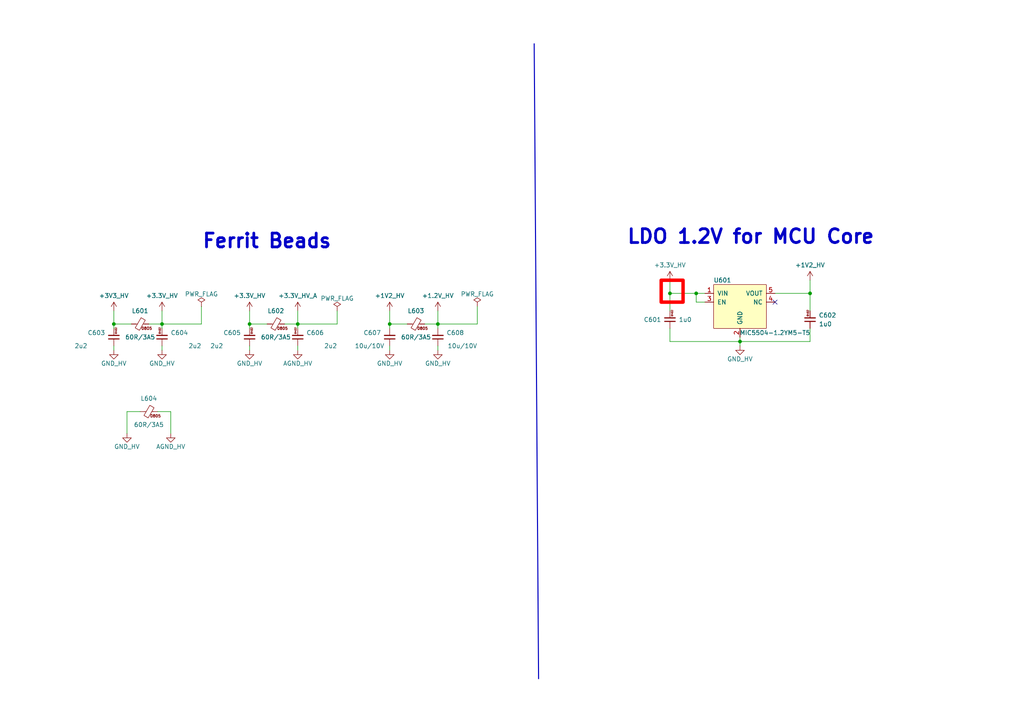
<source format=kicad_sch>
(kicad_sch (version 20231120) (generator "eeschema") (generator_version "8.0")
  (paper "A4")
  (title_block (title "LCB-CCB-01: Control Board - Debugger XDS100  / JTAG") (date "2024-12-12") (rev "1.1.0") (company "PADERBORN UNIVERSITY DEPARTMENT OF POWER ELECTRONICS AND ELECTRICAL DRIVES"))
  (lib_symbols
    (symbol "LEA_SymbolLibrary:+1.2V_HV" (power) (pin_numbers hide) (pin_names (offset 0)) (exclude_from_sim yes)
      (property "Value" "+1.2V_HV" (at 0 5.08 0))
      (symbol "+1.2V_HV_1_1"
        (polyline (pts (xy -0.762 1.27) (xy 0 2.54)))
        (polyline (pts (xy 0 0) (xy 0 2.54)))
        (polyline (pts (xy 0 2.54) (xy 0.762 1.27)))
        (pin power_in line (at 0 0 90) (length 0) hide (name "+1.2V_HV") (number "1"))
      )
    )
    (symbol "LEA_SymbolLibrary:+1V2_HV" (power) (pin_numbers hide) (pin_names (offset 0)) (exclude_from_sim yes)
      (property "Value" "+1V2_HV" (at 0 5.08 0))
      (symbol "+1V2_HV_1_1"
        (polyline (pts (xy -0.762 1.27) (xy 0 2.54)))
        (polyline (pts (xy 0 0) (xy 0 2.54)))
        (polyline (pts (xy 0 2.54) (xy 0.762 1.27)))
        (pin power_in line (at 0 0 90) (length 0) hide (name "+1V2_HV") (number "1"))
      )
    )
    (symbol "LEA_SymbolLibrary:+3.3V_HV" (power) (pin_numbers hide) (pin_names (offset 0)) (exclude_from_sim yes)
      (property "Value" "+3.3V_HV" (at 0 5.08 0))
      (symbol "+3.3V_HV_1_1"
        (polyline (pts (xy -0.762 1.27) (xy 0 2.54)))
        (polyline (pts (xy 0 0) (xy 0 2.54)))
        (polyline (pts (xy 0 2.54) (xy 0.762 1.27)))
        (pin power_in line (at 0 0 90) (length 0) hide (name "+3.3V_HV") (number "1"))
      )
    )
    (symbol "LEA_SymbolLibrary:+3.3V_HV_A" (power) (pin_numbers hide) (pin_names (offset 0)) (exclude_from_sim yes)
      (property "Value" "+3.3V_HV_A" (at 0 5.08 0))
      (symbol "+3.3V_HV_A_1_1"
        (polyline (pts (xy -0.762 1.27) (xy 0 2.54)))
        (polyline (pts (xy 0 0) (xy 0 2.54)))
        (polyline (pts (xy 0 2.54) (xy 0.762 1.27)))
        (pin power_in line (at 0 0 90) (length 0) hide (name "+3.3V_HV_A") (number "1"))
      )
    )
    (symbol "LEA_SymbolLibrary:+3V3_HV" (power) (pin_numbers hide) (pin_names (offset 0)) (exclude_from_sim yes)
      (property "Value" "+3V3_HV" (at 0 5.08 0))
      (symbol "+3V3_HV_1_1"
        (polyline (pts (xy -0.762 1.27) (xy 0 2.54)))
        (polyline (pts (xy 0 0) (xy 0 2.54)))
        (polyline (pts (xy 0 2.54) (xy 0.762 1.27)))
        (pin power_in line (at 0 0 90) (length 0) hide (name "+3V3_HV") (number "1"))
      )
    )
    (symbol "LEA_SymbolLibrary:AGND_HV" (power) (pin_numbers hide) (pin_names (offset 0)) (exclude_from_sim yes)
      (property "Value" "AGND_HV" (at 0 -3.81 0))
      (symbol "AGND_HV_1_1"
        (polyline (pts (xy 0 0) (xy 0 -1.27) (xy 1.27 -1.27) (xy 0 -2.54) (xy -1.27 -1.27) (xy 0 -1.27)))
        (pin power_in line (at 0 0 90) (length 0) hide (name "AGND_HV") (number "1"))
      )
    )
    (symbol "LEA_SymbolLibrary:C_0402__10u_X5R_20P__10V" (pin_numbers hide) (pin_names (offset 0.254) hide) (exclude_from_sim yes)
      (property "Reference" "C" (at 0.762 0.508 0))
      (property "Value" "10u/10V" (at 0.762 -1.016 0))
      (symbol "C_0402__10u_X5R_20P__10V_0_1"
        (polyline (pts (xy -1.524 -0.508) (xy 1.524 -0.508)) (stroke (width 0.3302)))
        (polyline (pts (xy -1.524 0.508) (xy 1.524 0.508)) (stroke (width 0.3048)))
      )
      (symbol "C_0402__10u_X5R_20P__10V_1_1"
        (pin passive line (at 0 2.54 270) (length 2.032) (name "1") (number "1"))
        (pin passive line (at 0 -2.54 90) (length 2.032) (name "2") (number "2"))
      )
    )
    (symbol "LEA_SymbolLibrary:C_0402__1u0_X5R_10P__35V" (pin_numbers hide) (pin_names (offset 0.254) hide) (exclude_from_sim yes)
      (property "Reference" "C" (at 0.762 0.508 0))
      (property "Value" "1u0" (at 0.762 -1.016 0))
      (symbol "C_0402__1u0_X5R_10P__35V_0_0"
        (text "0402" (at -0.635 -1.905 900) (effects (font (size 0.5 0.5))))
      )
      (symbol "C_0402__1u0_X5R_10P__35V_0_1"
        (polyline (pts (xy -1.524 -0.508) (xy 1.524 -0.508)) (stroke (width 0.3302)))
        (polyline (pts (xy -1.524 0.508) (xy 1.524 0.508)) (stroke (width 0.3048)))
      )
      (symbol "C_0402__1u0_X5R_10P__35V_1_1"
        (pin passive line (at 0 2.54 270) (length 2.032) (name "1") (number "1"))
        (pin passive line (at 0 -2.54 90) (length 2.032) (name "2") (number "2"))
      )
    )
    (symbol "LEA_SymbolLibrary:C_0402__2u2_X5R_10P__35V" (pin_numbers hide) (pin_names (offset 0.254) hide) (exclude_from_sim yes)
      (property "Reference" "C" (at 0.762 0.508 0))
      (property "Value" "2u2" (at 0.762 -1.016 0))
      (symbol "C_0402__2u2_X5R_10P__35V_0_0"
        (text "0402" (at -0.635 -1.905 900) (effects (font (size 0.5 0.5))))
      )
      (symbol "C_0402__2u2_X5R_10P__35V_0_1"
        (polyline (pts (xy -1.524 -0.508) (xy 1.524 -0.508)) (stroke (width 0.3302)))
        (polyline (pts (xy -1.524 0.508) (xy 1.524 0.508)) (stroke (width 0.3048)))
      )
      (symbol "C_0402__2u2_X5R_10P__35V_1_1"
        (pin passive line (at 0 2.54 270) (length 2.032) (name "1") (number "1"))
        (pin passive line (at 0 -2.54 90) (length 2.032) (name "2") (number "2"))
      )
    )
    (symbol "LEA_SymbolLibrary:Ferrite_0805_60R_3A5_BLM21PG600SN1D" (pin_numbers hide) (pin_names (offset 1.016) hide) (exclude_from_sim yes)
      (property "Reference" "L" (at 0 13.97 0))
      (property "Value" "60R/3A5" (at 0 11.43 0))
      (symbol "Ferrite_0805_60R_3A5_BLM21PG600SN1D_1_1"
        (polyline (pts (xy 0 -1.27) (xy 0 -0.7874)))
        (polyline (pts (xy 0 0.889) (xy 0 1.2954)))
        (polyline (pts (xy -1.8288 0.2794) (xy -1.1176 1.4986) (xy 1.8288 -0.2032) (xy 1.1176 -1.4224) (xy -1.8288 0.2794)))
        (text "0805" (at 1.27 1.905 900) (effects (font (size 0.8 0.8))))
        (pin passive line (at 0 2.54 270) (length 1.27) (name "1") (number "1"))
        (pin passive line (at 0 -2.54 90) (length 1.27) (name "2") (number "2"))
      )
    )
    (symbol "LEA_SymbolLibrary:GND_HV" (power) (pin_numbers hide) (pin_names (offset 0)) (exclude_from_sim yes)
      (property "Value" "GND_HV" (at 0 -3.81 0))
      (symbol "GND_HV_1_1"
        (polyline (pts (xy 0 0) (xy 0 -1.27) (xy 1.27 -1.27) (xy 0 -2.54) (xy -1.27 -1.27) (xy 0 -1.27)))
        (pin power_in line (at 0 0 90) (length 0) hide (name "GND_HV") (number "1"))
      )
    )
    (symbol "LEA_SymbolLibrary:MIC5504-1.2YM5-T5" (pin_names (offset 1.016)) (exclude_from_sim yes)
      (property "Reference" "IC" (at -6.35 7.62 0))
      (property "Value" "MIC5504-1.2YM5-T5" (at 1.27 5.08 0))
      (symbol "MIC5504-1.2YM5-T5_1_1"
        (rectangle (start -7.62 3.81) (end 7.62 -8.89) (fill (type background)))
        (pin power_in line (at -10.16 1.27 0) (length 2.54) (name "VIN") (number "1"))
        (pin power_in line (at 0 -11.43 90) (length 2.54) (name "GND") (number "2"))
        (pin input line (at -10.16 -1.27 0) (length 2.54) (name "EN") (number "3"))
        (pin passive line (at 10.16 -1.27 180) (length 2.54) (name "NC") (number "4"))
        (pin power_out line (at 10.16 1.27 180) (length 2.54) (name "VOUT") (number "5"))
      )
    )
    (symbol "power:PWR_FLAG" (power) (pin_numbers hide) (pin_names (offset 0) hide)
      (property "Value" "PWR_FLAG" (at 0 3.81 0))
      (symbol "PWR_FLAG_0_0"
        (pin power_out line (at 0 0 90) (length 0) (name "~") (number "1"))
      )
      (symbol "PWR_FLAG_0_1"
        (polyline (pts (xy 0 0) (xy 0 1.27) (xy -1.016 1.905) (xy 0 2.54) (xy 1.016 1.905) (xy 0 1.27)))
      )
    )
  )
  (junction (at 86.36 93.98))
  (junction (at 194.31 85.09))
  (junction (at 113.03 93.98))
  (junction (at 33.02 93.98))
  (junction (at 127 93.98))
  (junction (at 214.63 99.06))
  (junction (at 234.95 85.09))
  (junction (at 72.39 93.98))
  (junction (at 46.99 93.98))
  (junction (at 201.93 85.09))
  (no_connect (at 224.79 87.63))
  (wire (pts (xy 46.99 93.98) (xy 46.99 95.25)))
  (wire (pts (xy 58.42 88.9) (xy 58.42 93.98)))
  (wire (pts (xy 33.02 95.25) (xy 33.02 93.98)))
  (wire (pts (xy 33.02 93.98) (xy 38.1 93.98)))
  (wire (pts (xy 49.53 119.38) (xy 49.53 125.73)))
  (wire (pts (xy 138.43 93.98) (xy 138.43 88.9)))
  (wire (pts (xy 224.79 85.09) (xy 234.95 85.09)))
  (wire (pts (xy 204.47 87.63) (xy 201.93 87.63)))
  (wire (pts (xy 113.03 93.98) (xy 113.03 90.17)))
  (wire (pts (xy 45.72 119.38) (xy 49.53 119.38)))
  (wire (pts (xy 86.36 93.98) (xy 86.36 90.17)))
  (wire (pts (xy 214.63 99.06) (xy 234.95 99.06)))
  (wire (pts (xy 204.47 85.09) (xy 201.93 85.09)))
  (wire (pts (xy 72.39 100.33) (xy 72.39 101.6)))
  (wire (pts (xy 194.31 95.25) (xy 194.31 99.06)))
  (wire (pts (xy 127 93.98) (xy 138.43 93.98)))
  (wire (pts (xy 127 93.98) (xy 127 90.17)))
  (wire (pts (xy 113.03 93.98) (xy 118.11 93.98)))
  (wire (pts (xy 113.03 100.33) (xy 113.03 101.6)))
  (wire (pts (xy 58.42 93.98) (xy 46.99 93.98)))
  (wire (pts (xy 234.95 95.25) (xy 234.95 99.06)))
  (wire (pts (xy 86.36 93.98) (xy 86.36 95.25)))
  (wire (pts (xy 201.93 87.63) (xy 201.93 85.09)))
  (wire (pts (xy 127 100.33) (xy 127 101.6)))
  (wire (pts (xy 97.79 93.98) (xy 97.79 90.17)))
  (wire (pts (xy 36.83 119.38) (xy 40.64 119.38)))
  (wire (pts (xy 194.31 99.06) (xy 214.63 99.06)))
  (wire (pts (xy 33.02 100.33) (xy 33.02 101.6)))
  (wire (pts (xy 194.31 81.28) (xy 194.31 85.09)))
  (wire (pts (xy 86.36 100.33) (xy 86.36 101.6)))
  (wire (pts (xy 214.63 97.79) (xy 214.63 99.06)))
  (wire (pts (xy 86.36 93.98) (xy 97.79 93.98)))
  (wire (pts (xy 82.55 93.98) (xy 86.36 93.98)))
  (wire (pts (xy 234.95 85.09) (xy 234.95 81.28)))
  (wire (pts (xy 72.39 93.98) (xy 72.39 90.17)))
  (wire (pts (xy 46.99 100.33) (xy 46.99 101.6)))
  (wire (pts (xy 46.99 90.17) (xy 46.99 93.98)))
  (wire (pts (xy 33.02 93.98) (xy 33.02 90.17)))
  (wire (pts (xy 43.18 93.98) (xy 46.99 93.98)))
  (wire (pts (xy 214.63 99.06) (xy 214.63 100.33)))
  (wire (pts (xy 201.93 85.09) (xy 194.31 85.09)))
  (polyline (pts (xy 154.94 12.7) (xy 156.21 196.85)) (stroke (width 0.3)))
  (wire (pts (xy 36.83 125.73) (xy 36.83 119.38)))
  (wire (pts (xy 72.39 93.98) (xy 77.47 93.98)))
  (wire (pts (xy 127 93.98) (xy 127 95.25)))
  (wire (pts (xy 113.03 95.25) (xy 113.03 93.98)))
  (wire (pts (xy 72.39 95.25) (xy 72.39 93.98)))
  (wire (pts (xy 234.95 85.09) (xy 234.95 90.17)))
  (wire (pts (xy 194.31 85.09) (xy 194.31 90.17)))
  (wire (pts (xy 123.19 93.98) (xy 127 93.98)))
  (rectangle (start 191.77 81.28) (end 198.12 87.63) (stroke (width 1) (color 255 0 0 1)))
  (text "LDO 1.2V for MCU Core" (at 181.61 71.12 0) (effects (font (size 4 4) (bold yes)) (justify left bottom)))
  (text "Ferrit Beads" (at 58.42 72.39 0) (effects (font (size 4 4) (bold yes)) (justify left bottom)))
  (symbol (lib_id "LEA_SymbolLibrary:MIC5504-1.2YM5-T5") (at 214.63 86.36 0) (unit 1)
    (property "Reference" "U601" (at 209.55 81.28 0))
    (property "Value" "MIC5504-1.2YM5-T5" (at 224.79 96.52 0))
    (property "Footprint" "LEA_FootprintLibrary:SOT-23-5_Microchip" (effects (hide yes)))
    (property "Datasheet" "https://ww1.microchip.com/downloads/en/DeviceDoc/MIC5501-02-03-04-300mA-Single-Output-LDO-in-Small-Packages-DS20006006B.pdf" (effects (hide yes)))
    (property "Description" "LDO Voltage Regulator 1.2V 300mA" (effects (hide yes)))
    (property "Manufacturer" "Microchip" (effects (hide yes)))
    (property "mouser#" "998-MIC5504-1.2YM5T5" (effects (hide yes)))
    (property "manf#" "MIC5504-1.2YM5-T5" (effects (hide yes)))
  )
  (symbol (lib_id "LEA_SymbolLibrary:GND_HV") (at 214.63 100.33 0) (unit 1)
    (property "Reference" "#PWR0615" (effects (hide yes)))
    (property "Value" "GND_HV" (at 214.63 104.14 0))
    (property "Description" "Power symbol creates a global label with name \"GND_HV\" , ground" (effects (hide yes)))
  )
  (symbol (lib_id "LEA_SymbolLibrary:C_0402__1u0_X5R_10P__35V") (at 194.31 92.71 180) (unit 1)
    (property "Reference" "C601" (at 186.69 92.71 0) (effects (justify right)))
    (property "Value" "1u0" (at 196.85 92.71 0) (effects (justify right)))
    (property "Footprint" "LEA_FootprintLibrary:C_0402" (effects (hide yes)))
    (property "Description" "Capacitor 0402" (effects (hide yes)))
    (property "Manufacturer" "TDK" (effects (hide yes)))
    (property "manf#" "C1005X5R1V105K" (effects (hide yes)))
    (property "mouser#" "810-C1005X5R1V105K" (effects (hide yes)))
  )
  (symbol (lib_id "LEA_SymbolLibrary:C_0402__1u0_X5R_10P__35V") (at 234.95 92.71 0) (mirror x) (unit 1)
    (property "Reference" "C602" (at 242.57 91.44 0) (effects (justify right)))
    (property "Value" "1u0" (at 241.3 93.98 0) (effects (justify right)))
    (property "Footprint" "LEA_FootprintLibrary:C_0402" (effects (hide yes)))
    (property "Description" "Capacitor 0402" (effects (hide yes)))
    (property "Manufacturer" "TDK" (effects (hide yes)))
    (property "manf#" "C1005X5R1V105K" (effects (hide yes)))
    (property "mouser#" "810-C1005X5R1V105K" (effects (hide yes)))
  )
  (symbol (lib_id "LEA_SymbolLibrary:+1V2_HV") (at 234.95 81.28 0) (unit 1)
    (property "Reference" "#PWR0602" (effects (hide yes)))
    (property "Value" "+1V2_HV" (at 234.95 76.8858 0))
    (property "Description" "Power symbol creates a global label with name \"+1V2_HV\"" (effects (hide yes)))
  )
  (symbol (lib_id "LEA_SymbolLibrary:Ferrite_0805_60R_3A5_BLM21PG600SN1D") (at 40.64 93.98 270) (unit 1)
    (property "Reference" "L601" (at 40.64 90.17 90))
    (property "Value" "60R/3A5" (at 40.64 97.79 90))
    (property "Footprint" "LEA_FootprintLibrary:L_0805" (effects (hide yes)))
    (property "Datasheet" "https://www.mouser.de/datasheet/2/281/ENFA0005-1915781.pdf" (effects (hide yes)))
    (property "Description" "Ferrite Bead, 0805" (effects (hide yes)))
    (property "Manufacturer" "Murata" (effects (hide yes)))
    (property "mouser#" "81-BLM21P600S" (effects (hide yes)))
    (property "manf#" "BLM21PG600SN1D" (effects (hide yes)))
  )
  (symbol (lib_id "LEA_SymbolLibrary:C_0402__2u2_X5R_10P__35V") (at 33.02 97.79 180) (unit 1)
    (property "Reference" "C603" (at 25.4 96.52 0) (effects (justify right)))
    (property "Value" "2u2" (at 21.59 100.33 0) (effects (justify right)))
    (property "Footprint" "LEA_FootprintLibrary:C_0402" (effects (hide yes)))
    (property "Description" "Capacitor 0402" (effects (hide yes)))
    (property "Manufacturer" "TDK" (effects (hide yes)))
    (property "manf#" "C1005X5R1V225K" (effects (hide yes)))
    (property "mouser#" "810-C1005X5R1V225K" (effects (hide yes)))
  )
  (symbol (lib_id "LEA_SymbolLibrary:GND_HV") (at 33.02 101.6 0) (unit 1)
    (property "Reference" "#PWR0609" (effects (hide yes)))
    (property "Value" "GND_HV" (at 33.02 105.41 0))
    (property "Description" "Power symbol creates a global label with name \"GND_HV\" , ground" (effects (hide yes)))
  )
  (symbol (lib_id "LEA_SymbolLibrary:GND_HV") (at 46.99 101.6 0) (unit 1)
    (property "Reference" "#PWR0610" (effects (hide yes)))
    (property "Value" "GND_HV" (at 46.99 105.41 0))
    (property "Description" "Power symbol creates a global label with name \"GND_HV\" , ground" (effects (hide yes)))
  )
  (symbol (lib_id "LEA_SymbolLibrary:+3.3V_HV") (at 46.99 90.17 0) (unit 1)
    (property "Reference" "#PWR0604" (effects (hide yes)))
    (property "Value" "+3.3V_HV" (at 46.99 85.7758 0))
    (property "Description" "Power symbol creates a global label with name \"+3.3V_HV\"" (effects (hide yes)))
  )
  (symbol (lib_id "LEA_SymbolLibrary:C_0402__2u2_X5R_10P__35V") (at 46.99 97.79 0) (mirror x) (unit 1)
    (property "Reference" "C604" (at 54.61 96.52 0) (effects (justify right)))
    (property "Value" "2u2" (at 58.42 100.33 0) (effects (justify right)))
    (property "Footprint" "LEA_FootprintLibrary:C_0402" (effects (hide yes)))
    (property "Description" "Capacitor 0402" (effects (hide yes)))
    (property "Manufacturer" "TDK" (effects (hide yes)))
    (property "manf#" "C1005X5R1V225K" (effects (hide yes)))
    (property "mouser#" "810-C1005X5R1V225K" (effects (hide yes)))
  )
  (symbol (lib_id "LEA_SymbolLibrary:Ferrite_0805_60R_3A5_BLM21PG600SN1D") (at 80.01 93.98 270) (unit 1)
    (property "Reference" "L602" (at 80.01 90.17 90))
    (property "Value" "60R/3A5" (at 80.01 97.79 90))
    (property "Footprint" "LEA_FootprintLibrary:L_0805" (effects (hide yes)))
    (property "Datasheet" "https://www.mouser.de/datasheet/2/281/ENFA0005-1915781.pdf" (effects (hide yes)))
    (property "Description" "Ferrite Bead, 0805" (effects (hide yes)))
    (property "Manufacturer" "Murata" (effects (hide yes)))
    (property "mouser#" "81-BLM21P600S" (effects (hide yes)))
    (property "manf#" "BLM21PG600SN1D" (effects (hide yes)))
  )
  (symbol (lib_id "LEA_SymbolLibrary:C_0402__2u2_X5R_10P__35V") (at 72.39 97.79 180) (unit 1)
    (property "Reference" "C605" (at 64.77 96.52 0) (effects (justify right)))
    (property "Value" "2u2" (at 60.96 100.33 0) (effects (justify right)))
    (property "Footprint" "LEA_FootprintLibrary:C_0402" (effects (hide yes)))
    (property "Description" "Capacitor 0402" (effects (hide yes)))
    (property "Manufacturer" "TDK" (effects (hide yes)))
    (property "manf#" "C1005X5R1V225K" (effects (hide yes)))
    (property "mouser#" "810-C1005X5R1V225K" (effects (hide yes)))
  )
  (symbol (lib_id "LEA_SymbolLibrary:GND_HV") (at 72.39 101.6 0) (unit 1)
    (property "Reference" "#PWR0611" (effects (hide yes)))
    (property "Value" "GND_HV" (at 72.39 105.41 0))
    (property "Description" "Power symbol creates a global label with name \"GND_HV\" , ground" (effects (hide yes)))
  )
  (symbol (lib_id "LEA_SymbolLibrary:C_0402__2u2_X5R_10P__35V") (at 86.36 97.79 0) (mirror x) (unit 1)
    (property "Reference" "C606" (at 93.98 96.52 0) (effects (justify right)))
    (property "Value" "2u2" (at 97.79 100.33 0) (effects (justify right)))
    (property "Footprint" "LEA_FootprintLibrary:C_0402" (effects (hide yes)))
    (property "Description" "Capacitor 0402" (effects (hide yes)))
    (property "Manufacturer" "TDK" (effects (hide yes)))
    (property "manf#" "C1005X5R1V225K" (effects (hide yes)))
    (property "mouser#" "810-C1005X5R1V225K" (effects (hide yes)))
  )
  (symbol (lib_id "LEA_SymbolLibrary:+3.3V_HV_A") (at 86.36 90.17 0) (unit 1)
    (property "Reference" "#PWR0606" (effects (hide yes)))
    (property "Value" "+3.3V_HV_A" (at 86.36 85.7758 0))
    (property "Description" "Power symbol creates a global label with name \"+3.3V_H_A\"" (effects (hide yes)))
  )
  (symbol (lib_id "LEA_SymbolLibrary:+3V3_HV") (at 33.02 90.17 0) (unit 1)
    (property "Reference" "#PWR0603" (effects (hide yes)))
    (property "Value" "+3V3_HV" (at 33.02 85.7758 0))
    (property "Description" "Power symbol creates a global label with name \"+3V3_HV\"" (effects (hide yes)))
  )
  (symbol (lib_id "LEA_SymbolLibrary:C_0402__10u_X5R_20P__10V") (at 113.03 97.79 180) (unit 1)
    (property "Reference" "C607" (at 105.41 96.52 0) (effects (justify right)))
    (property "Value" "10u/10V" (at 102.87 100.33 0) (effects (justify right)))
    (property "Footprint" "LEA_FootprintLibrary:C_0402" (effects (hide yes)))
    (property "Description" "Capacitor 0402" (effects (hide yes)))
    (property "Manufacturer" "Murata" (effects (hide yes)))
    (property "manf#" "GRM155R61A106ME1D" (effects (hide yes)))
    (property "mouser#" "81-GRM155R61A106ME1D" (effects (hide yes)))
  )
  (symbol (lib_id "LEA_SymbolLibrary:GND_HV") (at 113.03 101.6 0) (unit 1)
    (property "Reference" "#PWR0613" (effects (hide yes)))
    (property "Value" "GND_HV" (at 113.03 105.41 0))
    (property "Description" "Power symbol creates a global label with name \"GND_HV\" , ground" (effects (hide yes)))
  )
  (symbol (lib_id "LEA_SymbolLibrary:GND_HV") (at 127 101.6 0) (unit 1)
    (property "Reference" "#PWR0614" (effects (hide yes)))
    (property "Value" "GND_HV" (at 127 105.41 0))
    (property "Description" "Power symbol creates a global label with name \"GND_HV\" , ground" (effects (hide yes)))
  )
  (symbol (lib_id "LEA_SymbolLibrary:C_0402__10u_X5R_20P__10V") (at 127 97.79 0) (mirror x) (unit 1)
    (property "Reference" "C608" (at 134.62 96.52 0) (effects (justify right)))
    (property "Value" "10u/10V" (at 138.43 100.33 0) (effects (justify right)))
    (property "Footprint" "LEA_FootprintLibrary:C_0402" (effects (hide yes)))
    (property "Description" "Capacitor 0402" (effects (hide yes)))
    (property "Manufacturer" "Murata" (effects (hide yes)))
    (property "manf#" "GRM155R61A106ME1D" (effects (hide yes)))
    (property "mouser#" "81-GRM155R61A106ME1D" (effects (hide yes)))
  )
  (symbol (lib_id "LEA_SymbolLibrary:+1.2V_HV") (at 127 90.17 0) (unit 1)
    (property "Reference" "#PWR0608" (effects (hide yes)))
    (property "Value" "+1.2V_HV" (at 127 85.7758 0))
    (property "Description" "Power symbol creates a global label with name \"+1.2V_HV\"" (effects (hide yes)))
  )
  (symbol (lib_id "LEA_SymbolLibrary:+1V2_HV") (at 113.03 90.17 0) (unit 1)
    (property "Reference" "#PWR0607" (effects (hide yes)))
    (property "Value" "+1V2_HV" (at 113.03 85.7758 0))
    (property "Description" "Power symbol creates a global label with name \"+1V2_HV\"" (effects (hide yes)))
  )
  (symbol (lib_id "LEA_SymbolLibrary:Ferrite_0805_60R_3A5_BLM21PG600SN1D") (at 120.65 93.98 270) (unit 1)
    (property "Reference" "L603" (at 120.65 90.17 90))
    (property "Value" "60R/3A5" (at 120.65 97.79 90))
    (property "Footprint" "LEA_FootprintLibrary:L_0805" (effects (hide yes)))
    (property "Datasheet" "https://www.mouser.de/datasheet/2/281/ENFA0005-1915781.pdf" (effects (hide yes)))
    (property "Description" "Ferrite Bead, 0805" (effects (hide yes)))
    (property "Manufacturer" "Murata" (effects (hide yes)))
    (property "mouser#" "81-BLM21P600S" (effects (hide yes)))
    (property "manf#" "BLM21PG600SN1D" (effects (hide yes)))
  )
  (symbol (lib_id "LEA_SymbolLibrary:+3.3V_HV") (at 72.39 90.17 0) (unit 1)
    (property "Reference" "#PWR0101" (effects (hide yes)))
    (property "Value" "+3.3V_HV" (at 72.39 85.7758 0))
    (property "Description" "Power symbol creates a global label with name \"+3.3V_HV\"" (effects (hide yes)))
  )
  (symbol (lib_id "power:PWR_FLAG") (at 58.42 88.9 0) (unit 1)
    (property "Reference" "#FLG0601" (effects (hide yes)))
    (property "Value" "PWR_FLAG" (at 58.42 85.2955 0))
    (property "Description" "Special symbol for telling ERC where power comes from" (effects (hide yes)))
  )
  (symbol (lib_id "power:PWR_FLAG") (at 97.79 90.17 0) (unit 1)
    (property "Reference" "#FLG0603" (effects (hide yes)))
    (property "Value" "PWR_FLAG" (at 97.79 86.5655 0))
    (property "Description" "Special symbol for telling ERC where power comes from" (effects (hide yes)))
  )
  (symbol (lib_id "LEA_SymbolLibrary:GND_HV") (at 36.83 125.73 0) (unit 1)
    (property "Reference" "#PWR0616" (effects (hide yes)))
    (property "Value" "GND_HV" (at 36.83 129.54 0))
    (property "Description" "Power symbol creates a global label with name \"GND_HV\" , ground" (effects (hide yes)))
  )
  (symbol (lib_id "LEA_SymbolLibrary:+3.3V_HV") (at 194.31 81.28 0) (unit 1)
    (property "Reference" "#PWR0102" (effects (hide yes)))
    (property "Value" "+3.3V_HV" (at 194.31 76.8858 0))
    (property "Description" "Power symbol creates a global label with name \"+3.3V_HV\"" (effects (hide yes)))
  )
  (symbol (lib_id "power:PWR_FLAG") (at 138.43 88.9 0) (unit 1)
    (property "Reference" "#FLG0602" (effects (hide yes)))
    (property "Value" "PWR_FLAG" (at 138.43 85.2955 0))
    (property "Description" "Special symbol for telling ERC where power comes from" (effects (hide yes)))
  )
  (symbol (lib_id "LEA_SymbolLibrary:AGND_HV") (at 49.53 125.73 0) (unit 1)
    (property "Reference" "#PWR0617" (effects (hide yes)))
    (property "Value" "AGND_HV" (at 49.53 129.54 0))
    (property "Description" "Power symbol creates a global label with name \"AGND_HV\" , AGround" (effects (hide yes)))
  )
  (symbol (lib_id "LEA_SymbolLibrary:AGND_HV") (at 86.36 101.6 0) (unit 1)
    (property "Reference" "#PWR0612" (effects (hide yes)))
    (property "Value" "AGND_HV" (at 86.36 105.41 0))
    (property "Description" "Power symbol creates a global label with name \"AGND_HV\" , AGround" (effects (hide yes)))
  )
  (symbol (lib_id "LEA_SymbolLibrary:Ferrite_0805_60R_3A5_BLM21PG600SN1D") (at 43.18 119.38 270) (unit 1)
    (property "Reference" "L604" (at 43.18 115.57 90))
    (property "Value" "60R/3A5" (at 43.18 123.19 90))
    (property "Footprint" "LEA_FootprintLibrary:L_0805" (effects (hide yes)))
    (property "Datasheet" "https://www.mouser.de/datasheet/2/281/ENFA0005-1915781.pdf" (effects (hide yes)))
    (property "Description" "Ferrite Bead, 0805" (effects (hide yes)))
    (property "Manufacturer" "Murata" (effects (hide yes)))
    (property "mouser#" "81-BLM21P600S" (effects (hide yes)))
    (property "manf#" "BLM21PG600SN1D" (effects (hide yes)))
  )
)
</source>
